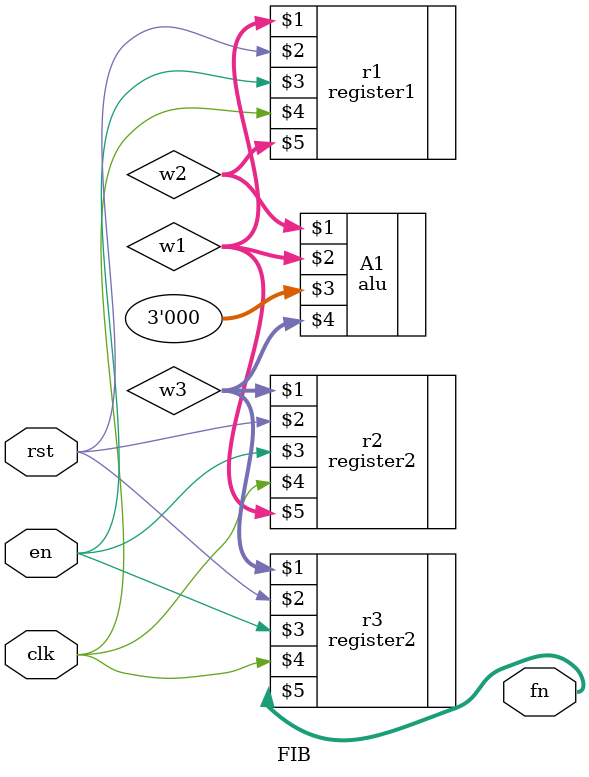
<source format=v>
`timescale 1ns / 1ps


module FIB(
    input clk,rst,en,
    output [3:0] fn
    );
    wire [3:0] w1,w2,w3,w4;
    register1 r1(w1[3:0],rst,en,clk,w2[3:0]);
    register2 r2(w3[3:0],rst,en,clk,w1[3:0]);
    register2 r3(w3[3:0],rst,en,clk,fn[3:0]);
    alu A1(w2[3:0],w1[3:0],3'b000,w3[3:0]);
endmodule

</source>
